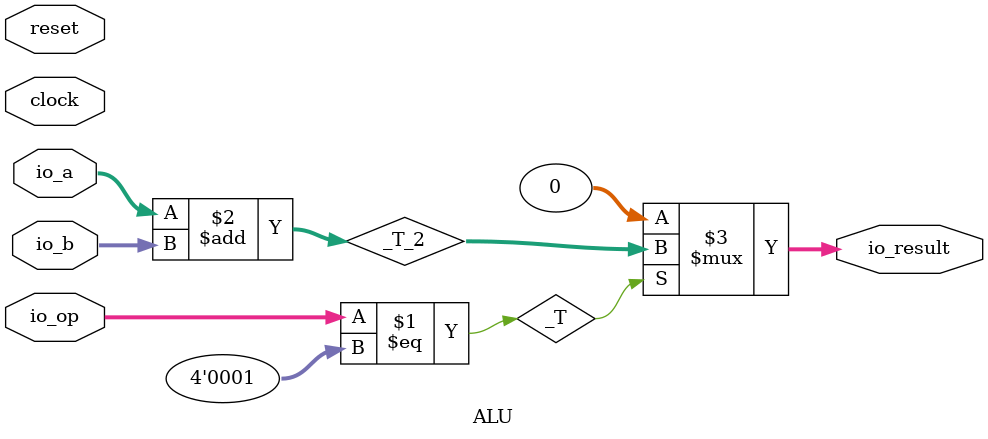
<source format=v>
module ALU(
  input         clock,
  input         reset,
  input  [3:0]  io_op,
  input  [31:0] io_a,
  input  [31:0] io_b,
  output [31:0] io_result
);
  wire  _T = io_op == 4'h1; // @[ALU.scala 25:12]
  wire [31:0] _T_2 = io_a + io_b; // @[ALU.scala 26:21]
  assign io_result = _T ? _T_2 : 32'h0; // @[ALU.scala 23:13 ALU.scala 26:15]
endmodule

</source>
